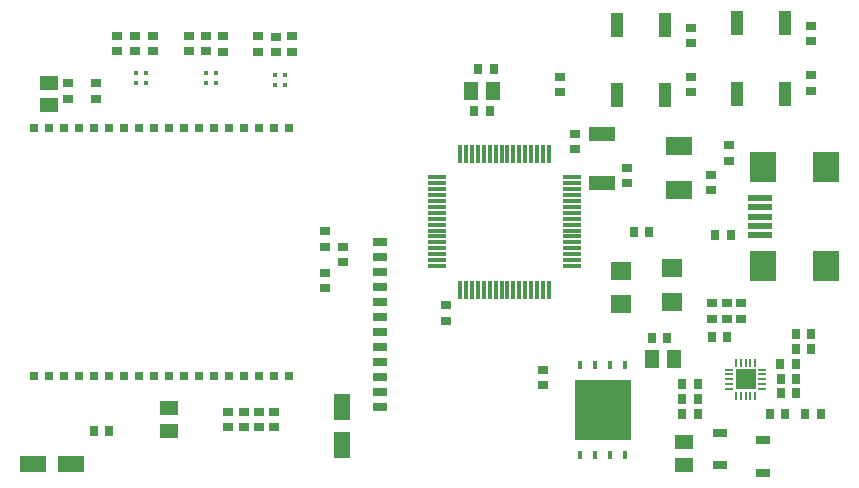
<source format=gts>
G75*
G70*
%OFA0B0*%
%FSLAX24Y24*%
%IPPOS*%
%LPD*%
%AMOC8*
5,1,8,0,0,1.08239X$1,22.5*
%
%ADD10R,0.0256X0.0315*%
%ADD11R,0.0591X0.0118*%
%ADD12R,0.0118X0.0591*%
%ADD13R,0.0276X0.0079*%
%ADD14R,0.0079X0.0276*%
%ADD15R,0.0650X0.0650*%
%ADD16R,0.0866X0.0984*%
%ADD17R,0.0787X0.0197*%
%ADD18R,0.0394X0.0787*%
%ADD19R,0.0177X0.0177*%
%ADD20R,0.0276X0.0354*%
%ADD21R,0.0591X0.0512*%
%ADD22R,0.0512X0.0591*%
%ADD23R,0.0354X0.0276*%
%ADD24R,0.0472X0.0256*%
%ADD25R,0.1900X0.2000*%
%ADD26R,0.0140X0.0300*%
%ADD27R,0.0906X0.0630*%
%ADD28R,0.0866X0.0512*%
%ADD29R,0.0500X0.0250*%
%ADD30R,0.0866X0.0551*%
%ADD31R,0.0551X0.0866*%
%ADD32R,0.0710X0.0630*%
D10*
X011921Y012634D03*
X011421Y012634D03*
X010921Y012634D03*
X010421Y012634D03*
X009921Y012634D03*
X009421Y012634D03*
X008921Y012634D03*
X008421Y012634D03*
X007921Y012634D03*
X007421Y012634D03*
X006921Y012634D03*
X006421Y012634D03*
X005921Y012634D03*
X005421Y012634D03*
X004921Y012634D03*
X004421Y012634D03*
X003921Y012634D03*
X003421Y012634D03*
X003421Y004366D03*
X003921Y004366D03*
X004421Y004366D03*
X004921Y004366D03*
X005421Y004366D03*
X005921Y004366D03*
X006421Y004366D03*
X006921Y004366D03*
X007421Y004366D03*
X007921Y004366D03*
X008421Y004366D03*
X008921Y004366D03*
X009421Y004366D03*
X009921Y004366D03*
X010421Y004366D03*
X010921Y004366D03*
X011421Y004366D03*
X011921Y004366D03*
D11*
X016846Y010976D03*
X016846Y010780D03*
X016846Y010583D03*
X016846Y010386D03*
X016846Y010189D03*
X016846Y009992D03*
X016846Y009795D03*
X016846Y009598D03*
X016846Y009402D03*
X016846Y009205D03*
X016846Y009008D03*
X016846Y008811D03*
X016846Y008614D03*
X016846Y008417D03*
X016846Y008220D03*
X016846Y008024D03*
X021374Y008024D03*
X021374Y008220D03*
X021374Y008417D03*
X021374Y008614D03*
X021374Y008811D03*
X021374Y009008D03*
X021374Y009205D03*
X021374Y009402D03*
X021374Y009598D03*
X021374Y009795D03*
X021374Y009992D03*
X021374Y010189D03*
X021374Y010386D03*
X021374Y010583D03*
X021374Y010780D03*
X021374Y010976D03*
D12*
X017634Y007236D03*
X017830Y007236D03*
X018027Y007236D03*
X018224Y007236D03*
X018421Y007236D03*
X018618Y007236D03*
X018815Y007236D03*
X019012Y007236D03*
X019208Y007236D03*
X019405Y007236D03*
X019602Y007236D03*
X019799Y007236D03*
X019996Y007236D03*
X020193Y007236D03*
X020390Y007236D03*
X020586Y007236D03*
X020586Y011764D03*
X020390Y011764D03*
X020193Y011764D03*
X019996Y011764D03*
X019799Y011764D03*
X019602Y011764D03*
X019405Y011764D03*
X019208Y011764D03*
X019012Y011764D03*
X018815Y011764D03*
X018618Y011764D03*
X018421Y011764D03*
X018224Y011764D03*
X018027Y011764D03*
X017830Y011764D03*
X017634Y011764D03*
D13*
X026599Y004565D03*
X026599Y004407D03*
X026599Y004250D03*
X026599Y004093D03*
X026599Y003935D03*
X027701Y003935D03*
X027701Y004093D03*
X027701Y004250D03*
X027701Y004407D03*
X027701Y004565D03*
D14*
X026835Y003699D03*
X026993Y003699D03*
X027150Y003699D03*
X027307Y003699D03*
X027465Y003699D03*
X027465Y004801D03*
X027307Y004801D03*
X027150Y004801D03*
X026993Y004801D03*
X026835Y004801D03*
D15*
X027150Y004250D03*
D16*
X027733Y008016D03*
X027733Y011324D03*
X029819Y008016D03*
X029819Y011324D03*
D17*
X027634Y009040D03*
X027634Y009355D03*
X027634Y009670D03*
X027634Y009985D03*
X027634Y010300D03*
D18*
X026859Y013759D03*
X028461Y013759D03*
X026859Y016121D03*
X028461Y016121D03*
X022869Y013709D03*
X024471Y013709D03*
X022869Y016071D03*
X024471Y016071D03*
D19*
X007147Y014113D03*
X006813Y014113D03*
X006813Y014447D03*
X007147Y014447D03*
X009487Y014133D03*
X009153Y014133D03*
X009153Y014467D03*
X009487Y014467D03*
X011807Y014043D03*
X011473Y014043D03*
X011473Y014377D03*
X011807Y014377D03*
D20*
X024024Y005620D03*
X024536Y005620D03*
X028814Y005770D03*
X029326Y005770D03*
X025556Y003600D03*
X025044Y003600D03*
X029656Y003080D03*
X029144Y003080D03*
X028304Y004750D03*
X028816Y004750D03*
X026526Y005640D03*
X026014Y005640D03*
X025556Y003090D03*
X025044Y003090D03*
X025044Y004090D03*
X025556Y004090D03*
X028314Y003790D03*
X028826Y003790D03*
X028826Y004260D03*
X028314Y004260D03*
X028466Y003080D03*
X027954Y003080D03*
X029326Y005250D03*
X028814Y005250D03*
X023936Y009170D03*
X023424Y009170D03*
X018234Y014590D03*
X018746Y014590D03*
X018104Y013200D03*
X018616Y013200D03*
X005424Y002520D03*
X005936Y002520D03*
X026144Y009040D03*
X026656Y009040D03*
D21*
X025110Y002154D03*
X025110Y001406D03*
X003920Y014124D03*
X003920Y013376D03*
X007920Y003274D03*
X007920Y002526D03*
D22*
X024026Y004920D03*
X024774Y004920D03*
X017996Y013860D03*
X018744Y013860D03*
D23*
X027000Y006264D03*
X027000Y006776D03*
X026520Y006776D03*
X026520Y006264D03*
X026020Y006264D03*
X026020Y006776D03*
X013730Y008666D03*
X013730Y008154D03*
X013130Y009176D03*
X013130Y008664D03*
X020950Y014336D03*
X020950Y013824D03*
X013130Y007294D03*
X013130Y007806D03*
X017150Y006204D03*
X017150Y006716D03*
X020380Y004044D03*
X020380Y004556D03*
X011430Y003166D03*
X011430Y002654D03*
X010920Y003166D03*
X010920Y002654D03*
X010420Y003166D03*
X010420Y002654D03*
X009900Y003166D03*
X009900Y002654D03*
X005490Y014116D03*
X005490Y013604D03*
X004570Y014116D03*
X004570Y013604D03*
X025340Y015454D03*
X025340Y015966D03*
X025340Y013814D03*
X025340Y014326D03*
X029330Y015524D03*
X029330Y016036D03*
X029320Y013864D03*
X029320Y014376D03*
X011480Y015666D03*
X011480Y015154D03*
X012040Y015676D03*
X012040Y015164D03*
X010900Y015676D03*
X010900Y015164D03*
X009150Y015686D03*
X009150Y015174D03*
X009730Y015676D03*
X009730Y015164D03*
X008590Y015696D03*
X008590Y015184D03*
X006810Y015706D03*
X006810Y015194D03*
X007380Y015696D03*
X007380Y015184D03*
X006200Y015706D03*
X006200Y015194D03*
X026600Y011534D03*
X026600Y012046D03*
X025990Y011056D03*
X025990Y010544D03*
X021460Y011924D03*
X021460Y012436D03*
X023190Y011296D03*
X023190Y010784D03*
D24*
X026300Y002471D03*
X026300Y001389D03*
X027720Y002221D03*
X027720Y001139D03*
D25*
X022380Y003220D03*
D26*
X021630Y001720D03*
X022130Y001720D03*
X022630Y001720D03*
X023130Y001720D03*
X023130Y004720D03*
X022630Y004720D03*
X022130Y004720D03*
X021630Y004720D03*
D27*
X024940Y010542D03*
X024940Y012038D03*
D28*
X022350Y012437D03*
X022350Y010783D03*
D29*
X014960Y008810D03*
X014960Y008310D03*
X014960Y007810D03*
X014960Y007310D03*
X014960Y006810D03*
X014960Y006310D03*
X014960Y005810D03*
X014960Y005310D03*
X014960Y004810D03*
X014960Y004310D03*
X014960Y003810D03*
X014960Y003310D03*
D30*
X003410Y001430D03*
X004670Y001430D03*
D31*
X013710Y003310D03*
X013710Y002050D03*
D32*
X024700Y007950D03*
X024700Y006830D03*
X022990Y007870D03*
X022990Y006750D03*
M02*

</source>
